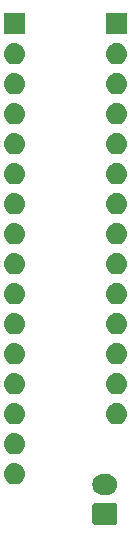
<source format=gts>
G04 #@! TF.GenerationSoftware,KiCad,Pcbnew,(5.1.0)-1*
G04 #@! TF.CreationDate,2019-05-10T19:25:27+02:00*
G04 #@! TF.ProjectId,1602adapter,31363032-6164-4617-9074-65722e6b6963,rev?*
G04 #@! TF.SameCoordinates,Original*
G04 #@! TF.FileFunction,Soldermask,Top*
G04 #@! TF.FilePolarity,Negative*
%FSLAX46Y46*%
G04 Gerber Fmt 4.6, Leading zero omitted, Abs format (unit mm)*
G04 Created by KiCad (PCBNEW (5.1.0)-1) date 2019-05-10 19:25:27*
%MOMM*%
%LPD*%
G04 APERTURE LIST*
%ADD10C,0.100000*%
G04 APERTURE END LIST*
D10*
G36*
X138908600Y-114602989D02*
G01*
X138941652Y-114613015D01*
X138972103Y-114629292D01*
X138998799Y-114651201D01*
X139020708Y-114677897D01*
X139036985Y-114708348D01*
X139047011Y-114741400D01*
X139051000Y-114781903D01*
X139051000Y-116218097D01*
X139047011Y-116258600D01*
X139036985Y-116291652D01*
X139020708Y-116322103D01*
X138998799Y-116348799D01*
X138972103Y-116370708D01*
X138941652Y-116386985D01*
X138908600Y-116397011D01*
X138868097Y-116401000D01*
X137131903Y-116401000D01*
X137091400Y-116397011D01*
X137058348Y-116386985D01*
X137027897Y-116370708D01*
X137001201Y-116348799D01*
X136979292Y-116322103D01*
X136963015Y-116291652D01*
X136952989Y-116258600D01*
X136949000Y-116218097D01*
X136949000Y-114781903D01*
X136952989Y-114741400D01*
X136963015Y-114708348D01*
X136979292Y-114677897D01*
X137001201Y-114651201D01*
X137027897Y-114629292D01*
X137058348Y-114613015D01*
X137091400Y-114602989D01*
X137131903Y-114599000D01*
X138868097Y-114599000D01*
X138908600Y-114602989D01*
X138908600Y-114602989D01*
G37*
G36*
X138260442Y-112105518D02*
G01*
X138326627Y-112112037D01*
X138496466Y-112163557D01*
X138652991Y-112247222D01*
X138688729Y-112276552D01*
X138790186Y-112359814D01*
X138861298Y-112446466D01*
X138902778Y-112497009D01*
X138986443Y-112653534D01*
X139037963Y-112823373D01*
X139055359Y-113000000D01*
X139037963Y-113176627D01*
X138986443Y-113346466D01*
X138902778Y-113502991D01*
X138873448Y-113538729D01*
X138790186Y-113640186D01*
X138688729Y-113723448D01*
X138652991Y-113752778D01*
X138496466Y-113836443D01*
X138326627Y-113887963D01*
X138260443Y-113894481D01*
X138194260Y-113901000D01*
X137805740Y-113901000D01*
X137739557Y-113894481D01*
X137673373Y-113887963D01*
X137503534Y-113836443D01*
X137347009Y-113752778D01*
X137311271Y-113723448D01*
X137209814Y-113640186D01*
X137126552Y-113538729D01*
X137097222Y-113502991D01*
X137013557Y-113346466D01*
X136962037Y-113176627D01*
X136944641Y-113000000D01*
X136962037Y-112823373D01*
X137013557Y-112653534D01*
X137097222Y-112497009D01*
X137138702Y-112446466D01*
X137209814Y-112359814D01*
X137311271Y-112276552D01*
X137347009Y-112247222D01*
X137503534Y-112163557D01*
X137673373Y-112112037D01*
X137739558Y-112105518D01*
X137805740Y-112099000D01*
X138194260Y-112099000D01*
X138260442Y-112105518D01*
X138260442Y-112105518D01*
G37*
G36*
X130460443Y-111205519D02*
G01*
X130526627Y-111212037D01*
X130696466Y-111263557D01*
X130852991Y-111347222D01*
X130888729Y-111376552D01*
X130990186Y-111459814D01*
X131073448Y-111561271D01*
X131102778Y-111597009D01*
X131186443Y-111753534D01*
X131237963Y-111923373D01*
X131255359Y-112100000D01*
X131237963Y-112276627D01*
X131186443Y-112446466D01*
X131102778Y-112602991D01*
X131073448Y-112638729D01*
X130990186Y-112740186D01*
X130888821Y-112823373D01*
X130852991Y-112852778D01*
X130696466Y-112936443D01*
X130526627Y-112987963D01*
X130460443Y-112994481D01*
X130394260Y-113001000D01*
X130305740Y-113001000D01*
X130239557Y-112994481D01*
X130173373Y-112987963D01*
X130003534Y-112936443D01*
X129847009Y-112852778D01*
X129811179Y-112823373D01*
X129709814Y-112740186D01*
X129626552Y-112638729D01*
X129597222Y-112602991D01*
X129513557Y-112446466D01*
X129462037Y-112276627D01*
X129444641Y-112100000D01*
X129462037Y-111923373D01*
X129513557Y-111753534D01*
X129597222Y-111597009D01*
X129626552Y-111561271D01*
X129709814Y-111459814D01*
X129811271Y-111376552D01*
X129847009Y-111347222D01*
X130003534Y-111263557D01*
X130173373Y-111212037D01*
X130239557Y-111205519D01*
X130305740Y-111199000D01*
X130394260Y-111199000D01*
X130460443Y-111205519D01*
X130460443Y-111205519D01*
G37*
G36*
X130460443Y-108665519D02*
G01*
X130526627Y-108672037D01*
X130696466Y-108723557D01*
X130852991Y-108807222D01*
X130888729Y-108836552D01*
X130990186Y-108919814D01*
X131073448Y-109021271D01*
X131102778Y-109057009D01*
X131186443Y-109213534D01*
X131237963Y-109383373D01*
X131255359Y-109560000D01*
X131237963Y-109736627D01*
X131186443Y-109906466D01*
X131102778Y-110062991D01*
X131073448Y-110098729D01*
X130990186Y-110200186D01*
X130888729Y-110283448D01*
X130852991Y-110312778D01*
X130696466Y-110396443D01*
X130526627Y-110447963D01*
X130460443Y-110454481D01*
X130394260Y-110461000D01*
X130305740Y-110461000D01*
X130239557Y-110454481D01*
X130173373Y-110447963D01*
X130003534Y-110396443D01*
X129847009Y-110312778D01*
X129811271Y-110283448D01*
X129709814Y-110200186D01*
X129626552Y-110098729D01*
X129597222Y-110062991D01*
X129513557Y-109906466D01*
X129462037Y-109736627D01*
X129444641Y-109560000D01*
X129462037Y-109383373D01*
X129513557Y-109213534D01*
X129597222Y-109057009D01*
X129626552Y-109021271D01*
X129709814Y-108919814D01*
X129811271Y-108836552D01*
X129847009Y-108807222D01*
X130003534Y-108723557D01*
X130173373Y-108672037D01*
X130239557Y-108665519D01*
X130305740Y-108659000D01*
X130394260Y-108659000D01*
X130460443Y-108665519D01*
X130460443Y-108665519D01*
G37*
G36*
X130460443Y-106125519D02*
G01*
X130526627Y-106132037D01*
X130696466Y-106183557D01*
X130852991Y-106267222D01*
X130888729Y-106296552D01*
X130990186Y-106379814D01*
X131073448Y-106481271D01*
X131102778Y-106517009D01*
X131186443Y-106673534D01*
X131237963Y-106843373D01*
X131255359Y-107020000D01*
X131237963Y-107196627D01*
X131186443Y-107366466D01*
X131102778Y-107522991D01*
X131073448Y-107558729D01*
X130990186Y-107660186D01*
X130888729Y-107743448D01*
X130852991Y-107772778D01*
X130696466Y-107856443D01*
X130526627Y-107907963D01*
X130460443Y-107914481D01*
X130394260Y-107921000D01*
X130305740Y-107921000D01*
X130239557Y-107914481D01*
X130173373Y-107907963D01*
X130003534Y-107856443D01*
X129847009Y-107772778D01*
X129811271Y-107743448D01*
X129709814Y-107660186D01*
X129626552Y-107558729D01*
X129597222Y-107522991D01*
X129513557Y-107366466D01*
X129462037Y-107196627D01*
X129444641Y-107020000D01*
X129462037Y-106843373D01*
X129513557Y-106673534D01*
X129597222Y-106517009D01*
X129626552Y-106481271D01*
X129709814Y-106379814D01*
X129811271Y-106296552D01*
X129847009Y-106267222D01*
X130003534Y-106183557D01*
X130173373Y-106132037D01*
X130239557Y-106125519D01*
X130305740Y-106119000D01*
X130394260Y-106119000D01*
X130460443Y-106125519D01*
X130460443Y-106125519D01*
G37*
G36*
X139110443Y-106125519D02*
G01*
X139176627Y-106132037D01*
X139346466Y-106183557D01*
X139502991Y-106267222D01*
X139538729Y-106296552D01*
X139640186Y-106379814D01*
X139723448Y-106481271D01*
X139752778Y-106517009D01*
X139836443Y-106673534D01*
X139887963Y-106843373D01*
X139905359Y-107020000D01*
X139887963Y-107196627D01*
X139836443Y-107366466D01*
X139752778Y-107522991D01*
X139723448Y-107558729D01*
X139640186Y-107660186D01*
X139538729Y-107743448D01*
X139502991Y-107772778D01*
X139346466Y-107856443D01*
X139176627Y-107907963D01*
X139110443Y-107914481D01*
X139044260Y-107921000D01*
X138955740Y-107921000D01*
X138889557Y-107914481D01*
X138823373Y-107907963D01*
X138653534Y-107856443D01*
X138497009Y-107772778D01*
X138461271Y-107743448D01*
X138359814Y-107660186D01*
X138276552Y-107558729D01*
X138247222Y-107522991D01*
X138163557Y-107366466D01*
X138112037Y-107196627D01*
X138094641Y-107020000D01*
X138112037Y-106843373D01*
X138163557Y-106673534D01*
X138247222Y-106517009D01*
X138276552Y-106481271D01*
X138359814Y-106379814D01*
X138461271Y-106296552D01*
X138497009Y-106267222D01*
X138653534Y-106183557D01*
X138823373Y-106132037D01*
X138889557Y-106125519D01*
X138955740Y-106119000D01*
X139044260Y-106119000D01*
X139110443Y-106125519D01*
X139110443Y-106125519D01*
G37*
G36*
X139110442Y-103585518D02*
G01*
X139176627Y-103592037D01*
X139346466Y-103643557D01*
X139502991Y-103727222D01*
X139538729Y-103756552D01*
X139640186Y-103839814D01*
X139723448Y-103941271D01*
X139752778Y-103977009D01*
X139836443Y-104133534D01*
X139887963Y-104303373D01*
X139905359Y-104480000D01*
X139887963Y-104656627D01*
X139836443Y-104826466D01*
X139752778Y-104982991D01*
X139723448Y-105018729D01*
X139640186Y-105120186D01*
X139538729Y-105203448D01*
X139502991Y-105232778D01*
X139346466Y-105316443D01*
X139176627Y-105367963D01*
X139110443Y-105374481D01*
X139044260Y-105381000D01*
X138955740Y-105381000D01*
X138889557Y-105374481D01*
X138823373Y-105367963D01*
X138653534Y-105316443D01*
X138497009Y-105232778D01*
X138461271Y-105203448D01*
X138359814Y-105120186D01*
X138276552Y-105018729D01*
X138247222Y-104982991D01*
X138163557Y-104826466D01*
X138112037Y-104656627D01*
X138094641Y-104480000D01*
X138112037Y-104303373D01*
X138163557Y-104133534D01*
X138247222Y-103977009D01*
X138276552Y-103941271D01*
X138359814Y-103839814D01*
X138461271Y-103756552D01*
X138497009Y-103727222D01*
X138653534Y-103643557D01*
X138823373Y-103592037D01*
X138889558Y-103585518D01*
X138955740Y-103579000D01*
X139044260Y-103579000D01*
X139110442Y-103585518D01*
X139110442Y-103585518D01*
G37*
G36*
X130460442Y-103585518D02*
G01*
X130526627Y-103592037D01*
X130696466Y-103643557D01*
X130852991Y-103727222D01*
X130888729Y-103756552D01*
X130990186Y-103839814D01*
X131073448Y-103941271D01*
X131102778Y-103977009D01*
X131186443Y-104133534D01*
X131237963Y-104303373D01*
X131255359Y-104480000D01*
X131237963Y-104656627D01*
X131186443Y-104826466D01*
X131102778Y-104982991D01*
X131073448Y-105018729D01*
X130990186Y-105120186D01*
X130888729Y-105203448D01*
X130852991Y-105232778D01*
X130696466Y-105316443D01*
X130526627Y-105367963D01*
X130460443Y-105374481D01*
X130394260Y-105381000D01*
X130305740Y-105381000D01*
X130239557Y-105374481D01*
X130173373Y-105367963D01*
X130003534Y-105316443D01*
X129847009Y-105232778D01*
X129811271Y-105203448D01*
X129709814Y-105120186D01*
X129626552Y-105018729D01*
X129597222Y-104982991D01*
X129513557Y-104826466D01*
X129462037Y-104656627D01*
X129444641Y-104480000D01*
X129462037Y-104303373D01*
X129513557Y-104133534D01*
X129597222Y-103977009D01*
X129626552Y-103941271D01*
X129709814Y-103839814D01*
X129811271Y-103756552D01*
X129847009Y-103727222D01*
X130003534Y-103643557D01*
X130173373Y-103592037D01*
X130239558Y-103585518D01*
X130305740Y-103579000D01*
X130394260Y-103579000D01*
X130460442Y-103585518D01*
X130460442Y-103585518D01*
G37*
G36*
X130460443Y-101045519D02*
G01*
X130526627Y-101052037D01*
X130696466Y-101103557D01*
X130852991Y-101187222D01*
X130888729Y-101216552D01*
X130990186Y-101299814D01*
X131073448Y-101401271D01*
X131102778Y-101437009D01*
X131186443Y-101593534D01*
X131237963Y-101763373D01*
X131255359Y-101940000D01*
X131237963Y-102116627D01*
X131186443Y-102286466D01*
X131102778Y-102442991D01*
X131073448Y-102478729D01*
X130990186Y-102580186D01*
X130888729Y-102663448D01*
X130852991Y-102692778D01*
X130696466Y-102776443D01*
X130526627Y-102827963D01*
X130460442Y-102834482D01*
X130394260Y-102841000D01*
X130305740Y-102841000D01*
X130239557Y-102834481D01*
X130173373Y-102827963D01*
X130003534Y-102776443D01*
X129847009Y-102692778D01*
X129811271Y-102663448D01*
X129709814Y-102580186D01*
X129626552Y-102478729D01*
X129597222Y-102442991D01*
X129513557Y-102286466D01*
X129462037Y-102116627D01*
X129444641Y-101940000D01*
X129462037Y-101763373D01*
X129513557Y-101593534D01*
X129597222Y-101437009D01*
X129626552Y-101401271D01*
X129709814Y-101299814D01*
X129811271Y-101216552D01*
X129847009Y-101187222D01*
X130003534Y-101103557D01*
X130173373Y-101052037D01*
X130239557Y-101045519D01*
X130305740Y-101039000D01*
X130394260Y-101039000D01*
X130460443Y-101045519D01*
X130460443Y-101045519D01*
G37*
G36*
X139110443Y-101045519D02*
G01*
X139176627Y-101052037D01*
X139346466Y-101103557D01*
X139502991Y-101187222D01*
X139538729Y-101216552D01*
X139640186Y-101299814D01*
X139723448Y-101401271D01*
X139752778Y-101437009D01*
X139836443Y-101593534D01*
X139887963Y-101763373D01*
X139905359Y-101940000D01*
X139887963Y-102116627D01*
X139836443Y-102286466D01*
X139752778Y-102442991D01*
X139723448Y-102478729D01*
X139640186Y-102580186D01*
X139538729Y-102663448D01*
X139502991Y-102692778D01*
X139346466Y-102776443D01*
X139176627Y-102827963D01*
X139110442Y-102834482D01*
X139044260Y-102841000D01*
X138955740Y-102841000D01*
X138889557Y-102834481D01*
X138823373Y-102827963D01*
X138653534Y-102776443D01*
X138497009Y-102692778D01*
X138461271Y-102663448D01*
X138359814Y-102580186D01*
X138276552Y-102478729D01*
X138247222Y-102442991D01*
X138163557Y-102286466D01*
X138112037Y-102116627D01*
X138094641Y-101940000D01*
X138112037Y-101763373D01*
X138163557Y-101593534D01*
X138247222Y-101437009D01*
X138276552Y-101401271D01*
X138359814Y-101299814D01*
X138461271Y-101216552D01*
X138497009Y-101187222D01*
X138653534Y-101103557D01*
X138823373Y-101052037D01*
X138889557Y-101045519D01*
X138955740Y-101039000D01*
X139044260Y-101039000D01*
X139110443Y-101045519D01*
X139110443Y-101045519D01*
G37*
G36*
X130460442Y-98505518D02*
G01*
X130526627Y-98512037D01*
X130696466Y-98563557D01*
X130852991Y-98647222D01*
X130888729Y-98676552D01*
X130990186Y-98759814D01*
X131073448Y-98861271D01*
X131102778Y-98897009D01*
X131186443Y-99053534D01*
X131237963Y-99223373D01*
X131255359Y-99400000D01*
X131237963Y-99576627D01*
X131186443Y-99746466D01*
X131102778Y-99902991D01*
X131073448Y-99938729D01*
X130990186Y-100040186D01*
X130888729Y-100123448D01*
X130852991Y-100152778D01*
X130696466Y-100236443D01*
X130526627Y-100287963D01*
X130460442Y-100294482D01*
X130394260Y-100301000D01*
X130305740Y-100301000D01*
X130239558Y-100294482D01*
X130173373Y-100287963D01*
X130003534Y-100236443D01*
X129847009Y-100152778D01*
X129811271Y-100123448D01*
X129709814Y-100040186D01*
X129626552Y-99938729D01*
X129597222Y-99902991D01*
X129513557Y-99746466D01*
X129462037Y-99576627D01*
X129444641Y-99400000D01*
X129462037Y-99223373D01*
X129513557Y-99053534D01*
X129597222Y-98897009D01*
X129626552Y-98861271D01*
X129709814Y-98759814D01*
X129811271Y-98676552D01*
X129847009Y-98647222D01*
X130003534Y-98563557D01*
X130173373Y-98512037D01*
X130239557Y-98505519D01*
X130305740Y-98499000D01*
X130394260Y-98499000D01*
X130460442Y-98505518D01*
X130460442Y-98505518D01*
G37*
G36*
X139110442Y-98505518D02*
G01*
X139176627Y-98512037D01*
X139346466Y-98563557D01*
X139502991Y-98647222D01*
X139538729Y-98676552D01*
X139640186Y-98759814D01*
X139723448Y-98861271D01*
X139752778Y-98897009D01*
X139836443Y-99053534D01*
X139887963Y-99223373D01*
X139905359Y-99400000D01*
X139887963Y-99576627D01*
X139836443Y-99746466D01*
X139752778Y-99902991D01*
X139723448Y-99938729D01*
X139640186Y-100040186D01*
X139538729Y-100123448D01*
X139502991Y-100152778D01*
X139346466Y-100236443D01*
X139176627Y-100287963D01*
X139110442Y-100294482D01*
X139044260Y-100301000D01*
X138955740Y-100301000D01*
X138889558Y-100294482D01*
X138823373Y-100287963D01*
X138653534Y-100236443D01*
X138497009Y-100152778D01*
X138461271Y-100123448D01*
X138359814Y-100040186D01*
X138276552Y-99938729D01*
X138247222Y-99902991D01*
X138163557Y-99746466D01*
X138112037Y-99576627D01*
X138094641Y-99400000D01*
X138112037Y-99223373D01*
X138163557Y-99053534D01*
X138247222Y-98897009D01*
X138276552Y-98861271D01*
X138359814Y-98759814D01*
X138461271Y-98676552D01*
X138497009Y-98647222D01*
X138653534Y-98563557D01*
X138823373Y-98512037D01*
X138889557Y-98505519D01*
X138955740Y-98499000D01*
X139044260Y-98499000D01*
X139110442Y-98505518D01*
X139110442Y-98505518D01*
G37*
G36*
X139110443Y-95965519D02*
G01*
X139176627Y-95972037D01*
X139346466Y-96023557D01*
X139502991Y-96107222D01*
X139538729Y-96136552D01*
X139640186Y-96219814D01*
X139723448Y-96321271D01*
X139752778Y-96357009D01*
X139836443Y-96513534D01*
X139887963Y-96683373D01*
X139905359Y-96860000D01*
X139887963Y-97036627D01*
X139836443Y-97206466D01*
X139752778Y-97362991D01*
X139723448Y-97398729D01*
X139640186Y-97500186D01*
X139538729Y-97583448D01*
X139502991Y-97612778D01*
X139346466Y-97696443D01*
X139176627Y-97747963D01*
X139110443Y-97754481D01*
X139044260Y-97761000D01*
X138955740Y-97761000D01*
X138889557Y-97754481D01*
X138823373Y-97747963D01*
X138653534Y-97696443D01*
X138497009Y-97612778D01*
X138461271Y-97583448D01*
X138359814Y-97500186D01*
X138276552Y-97398729D01*
X138247222Y-97362991D01*
X138163557Y-97206466D01*
X138112037Y-97036627D01*
X138094641Y-96860000D01*
X138112037Y-96683373D01*
X138163557Y-96513534D01*
X138247222Y-96357009D01*
X138276552Y-96321271D01*
X138359814Y-96219814D01*
X138461271Y-96136552D01*
X138497009Y-96107222D01*
X138653534Y-96023557D01*
X138823373Y-95972037D01*
X138889557Y-95965519D01*
X138955740Y-95959000D01*
X139044260Y-95959000D01*
X139110443Y-95965519D01*
X139110443Y-95965519D01*
G37*
G36*
X130460443Y-95965519D02*
G01*
X130526627Y-95972037D01*
X130696466Y-96023557D01*
X130852991Y-96107222D01*
X130888729Y-96136552D01*
X130990186Y-96219814D01*
X131073448Y-96321271D01*
X131102778Y-96357009D01*
X131186443Y-96513534D01*
X131237963Y-96683373D01*
X131255359Y-96860000D01*
X131237963Y-97036627D01*
X131186443Y-97206466D01*
X131102778Y-97362991D01*
X131073448Y-97398729D01*
X130990186Y-97500186D01*
X130888729Y-97583448D01*
X130852991Y-97612778D01*
X130696466Y-97696443D01*
X130526627Y-97747963D01*
X130460443Y-97754481D01*
X130394260Y-97761000D01*
X130305740Y-97761000D01*
X130239557Y-97754481D01*
X130173373Y-97747963D01*
X130003534Y-97696443D01*
X129847009Y-97612778D01*
X129811271Y-97583448D01*
X129709814Y-97500186D01*
X129626552Y-97398729D01*
X129597222Y-97362991D01*
X129513557Y-97206466D01*
X129462037Y-97036627D01*
X129444641Y-96860000D01*
X129462037Y-96683373D01*
X129513557Y-96513534D01*
X129597222Y-96357009D01*
X129626552Y-96321271D01*
X129709814Y-96219814D01*
X129811271Y-96136552D01*
X129847009Y-96107222D01*
X130003534Y-96023557D01*
X130173373Y-95972037D01*
X130239557Y-95965519D01*
X130305740Y-95959000D01*
X130394260Y-95959000D01*
X130460443Y-95965519D01*
X130460443Y-95965519D01*
G37*
G36*
X130460442Y-93425518D02*
G01*
X130526627Y-93432037D01*
X130696466Y-93483557D01*
X130852991Y-93567222D01*
X130888729Y-93596552D01*
X130990186Y-93679814D01*
X131073448Y-93781271D01*
X131102778Y-93817009D01*
X131186443Y-93973534D01*
X131237963Y-94143373D01*
X131255359Y-94320000D01*
X131237963Y-94496627D01*
X131186443Y-94666466D01*
X131102778Y-94822991D01*
X131073448Y-94858729D01*
X130990186Y-94960186D01*
X130888729Y-95043448D01*
X130852991Y-95072778D01*
X130696466Y-95156443D01*
X130526627Y-95207963D01*
X130460443Y-95214481D01*
X130394260Y-95221000D01*
X130305740Y-95221000D01*
X130239557Y-95214481D01*
X130173373Y-95207963D01*
X130003534Y-95156443D01*
X129847009Y-95072778D01*
X129811271Y-95043448D01*
X129709814Y-94960186D01*
X129626552Y-94858729D01*
X129597222Y-94822991D01*
X129513557Y-94666466D01*
X129462037Y-94496627D01*
X129444641Y-94320000D01*
X129462037Y-94143373D01*
X129513557Y-93973534D01*
X129597222Y-93817009D01*
X129626552Y-93781271D01*
X129709814Y-93679814D01*
X129811271Y-93596552D01*
X129847009Y-93567222D01*
X130003534Y-93483557D01*
X130173373Y-93432037D01*
X130239558Y-93425518D01*
X130305740Y-93419000D01*
X130394260Y-93419000D01*
X130460442Y-93425518D01*
X130460442Y-93425518D01*
G37*
G36*
X139110442Y-93425518D02*
G01*
X139176627Y-93432037D01*
X139346466Y-93483557D01*
X139502991Y-93567222D01*
X139538729Y-93596552D01*
X139640186Y-93679814D01*
X139723448Y-93781271D01*
X139752778Y-93817009D01*
X139836443Y-93973534D01*
X139887963Y-94143373D01*
X139905359Y-94320000D01*
X139887963Y-94496627D01*
X139836443Y-94666466D01*
X139752778Y-94822991D01*
X139723448Y-94858729D01*
X139640186Y-94960186D01*
X139538729Y-95043448D01*
X139502991Y-95072778D01*
X139346466Y-95156443D01*
X139176627Y-95207963D01*
X139110443Y-95214481D01*
X139044260Y-95221000D01*
X138955740Y-95221000D01*
X138889557Y-95214481D01*
X138823373Y-95207963D01*
X138653534Y-95156443D01*
X138497009Y-95072778D01*
X138461271Y-95043448D01*
X138359814Y-94960186D01*
X138276552Y-94858729D01*
X138247222Y-94822991D01*
X138163557Y-94666466D01*
X138112037Y-94496627D01*
X138094641Y-94320000D01*
X138112037Y-94143373D01*
X138163557Y-93973534D01*
X138247222Y-93817009D01*
X138276552Y-93781271D01*
X138359814Y-93679814D01*
X138461271Y-93596552D01*
X138497009Y-93567222D01*
X138653534Y-93483557D01*
X138823373Y-93432037D01*
X138889558Y-93425518D01*
X138955740Y-93419000D01*
X139044260Y-93419000D01*
X139110442Y-93425518D01*
X139110442Y-93425518D01*
G37*
G36*
X130460443Y-90885519D02*
G01*
X130526627Y-90892037D01*
X130696466Y-90943557D01*
X130852991Y-91027222D01*
X130888729Y-91056552D01*
X130990186Y-91139814D01*
X131073448Y-91241271D01*
X131102778Y-91277009D01*
X131186443Y-91433534D01*
X131237963Y-91603373D01*
X131255359Y-91780000D01*
X131237963Y-91956627D01*
X131186443Y-92126466D01*
X131102778Y-92282991D01*
X131073448Y-92318729D01*
X130990186Y-92420186D01*
X130888729Y-92503448D01*
X130852991Y-92532778D01*
X130696466Y-92616443D01*
X130526627Y-92667963D01*
X130460442Y-92674482D01*
X130394260Y-92681000D01*
X130305740Y-92681000D01*
X130239558Y-92674482D01*
X130173373Y-92667963D01*
X130003534Y-92616443D01*
X129847009Y-92532778D01*
X129811271Y-92503448D01*
X129709814Y-92420186D01*
X129626552Y-92318729D01*
X129597222Y-92282991D01*
X129513557Y-92126466D01*
X129462037Y-91956627D01*
X129444641Y-91780000D01*
X129462037Y-91603373D01*
X129513557Y-91433534D01*
X129597222Y-91277009D01*
X129626552Y-91241271D01*
X129709814Y-91139814D01*
X129811271Y-91056552D01*
X129847009Y-91027222D01*
X130003534Y-90943557D01*
X130173373Y-90892037D01*
X130239557Y-90885519D01*
X130305740Y-90879000D01*
X130394260Y-90879000D01*
X130460443Y-90885519D01*
X130460443Y-90885519D01*
G37*
G36*
X139110443Y-90885519D02*
G01*
X139176627Y-90892037D01*
X139346466Y-90943557D01*
X139502991Y-91027222D01*
X139538729Y-91056552D01*
X139640186Y-91139814D01*
X139723448Y-91241271D01*
X139752778Y-91277009D01*
X139836443Y-91433534D01*
X139887963Y-91603373D01*
X139905359Y-91780000D01*
X139887963Y-91956627D01*
X139836443Y-92126466D01*
X139752778Y-92282991D01*
X139723448Y-92318729D01*
X139640186Y-92420186D01*
X139538729Y-92503448D01*
X139502991Y-92532778D01*
X139346466Y-92616443D01*
X139176627Y-92667963D01*
X139110442Y-92674482D01*
X139044260Y-92681000D01*
X138955740Y-92681000D01*
X138889558Y-92674482D01*
X138823373Y-92667963D01*
X138653534Y-92616443D01*
X138497009Y-92532778D01*
X138461271Y-92503448D01*
X138359814Y-92420186D01*
X138276552Y-92318729D01*
X138247222Y-92282991D01*
X138163557Y-92126466D01*
X138112037Y-91956627D01*
X138094641Y-91780000D01*
X138112037Y-91603373D01*
X138163557Y-91433534D01*
X138247222Y-91277009D01*
X138276552Y-91241271D01*
X138359814Y-91139814D01*
X138461271Y-91056552D01*
X138497009Y-91027222D01*
X138653534Y-90943557D01*
X138823373Y-90892037D01*
X138889557Y-90885519D01*
X138955740Y-90879000D01*
X139044260Y-90879000D01*
X139110443Y-90885519D01*
X139110443Y-90885519D01*
G37*
G36*
X139110443Y-88345519D02*
G01*
X139176627Y-88352037D01*
X139346466Y-88403557D01*
X139502991Y-88487222D01*
X139538729Y-88516552D01*
X139640186Y-88599814D01*
X139723448Y-88701271D01*
X139752778Y-88737009D01*
X139836443Y-88893534D01*
X139887963Y-89063373D01*
X139905359Y-89240000D01*
X139887963Y-89416627D01*
X139836443Y-89586466D01*
X139752778Y-89742991D01*
X139723448Y-89778729D01*
X139640186Y-89880186D01*
X139538729Y-89963448D01*
X139502991Y-89992778D01*
X139346466Y-90076443D01*
X139176627Y-90127963D01*
X139110442Y-90134482D01*
X139044260Y-90141000D01*
X138955740Y-90141000D01*
X138889558Y-90134482D01*
X138823373Y-90127963D01*
X138653534Y-90076443D01*
X138497009Y-89992778D01*
X138461271Y-89963448D01*
X138359814Y-89880186D01*
X138276552Y-89778729D01*
X138247222Y-89742991D01*
X138163557Y-89586466D01*
X138112037Y-89416627D01*
X138094641Y-89240000D01*
X138112037Y-89063373D01*
X138163557Y-88893534D01*
X138247222Y-88737009D01*
X138276552Y-88701271D01*
X138359814Y-88599814D01*
X138461271Y-88516552D01*
X138497009Y-88487222D01*
X138653534Y-88403557D01*
X138823373Y-88352037D01*
X138889557Y-88345519D01*
X138955740Y-88339000D01*
X139044260Y-88339000D01*
X139110443Y-88345519D01*
X139110443Y-88345519D01*
G37*
G36*
X130460443Y-88345519D02*
G01*
X130526627Y-88352037D01*
X130696466Y-88403557D01*
X130852991Y-88487222D01*
X130888729Y-88516552D01*
X130990186Y-88599814D01*
X131073448Y-88701271D01*
X131102778Y-88737009D01*
X131186443Y-88893534D01*
X131237963Y-89063373D01*
X131255359Y-89240000D01*
X131237963Y-89416627D01*
X131186443Y-89586466D01*
X131102778Y-89742991D01*
X131073448Y-89778729D01*
X130990186Y-89880186D01*
X130888729Y-89963448D01*
X130852991Y-89992778D01*
X130696466Y-90076443D01*
X130526627Y-90127963D01*
X130460442Y-90134482D01*
X130394260Y-90141000D01*
X130305740Y-90141000D01*
X130239558Y-90134482D01*
X130173373Y-90127963D01*
X130003534Y-90076443D01*
X129847009Y-89992778D01*
X129811271Y-89963448D01*
X129709814Y-89880186D01*
X129626552Y-89778729D01*
X129597222Y-89742991D01*
X129513557Y-89586466D01*
X129462037Y-89416627D01*
X129444641Y-89240000D01*
X129462037Y-89063373D01*
X129513557Y-88893534D01*
X129597222Y-88737009D01*
X129626552Y-88701271D01*
X129709814Y-88599814D01*
X129811271Y-88516552D01*
X129847009Y-88487222D01*
X130003534Y-88403557D01*
X130173373Y-88352037D01*
X130239557Y-88345519D01*
X130305740Y-88339000D01*
X130394260Y-88339000D01*
X130460443Y-88345519D01*
X130460443Y-88345519D01*
G37*
G36*
X130460442Y-85805518D02*
G01*
X130526627Y-85812037D01*
X130696466Y-85863557D01*
X130852991Y-85947222D01*
X130888729Y-85976552D01*
X130990186Y-86059814D01*
X131073448Y-86161271D01*
X131102778Y-86197009D01*
X131186443Y-86353534D01*
X131237963Y-86523373D01*
X131255359Y-86700000D01*
X131237963Y-86876627D01*
X131186443Y-87046466D01*
X131102778Y-87202991D01*
X131073448Y-87238729D01*
X130990186Y-87340186D01*
X130888729Y-87423448D01*
X130852991Y-87452778D01*
X130696466Y-87536443D01*
X130526627Y-87587963D01*
X130460442Y-87594482D01*
X130394260Y-87601000D01*
X130305740Y-87601000D01*
X130239558Y-87594482D01*
X130173373Y-87587963D01*
X130003534Y-87536443D01*
X129847009Y-87452778D01*
X129811271Y-87423448D01*
X129709814Y-87340186D01*
X129626552Y-87238729D01*
X129597222Y-87202991D01*
X129513557Y-87046466D01*
X129462037Y-86876627D01*
X129444641Y-86700000D01*
X129462037Y-86523373D01*
X129513557Y-86353534D01*
X129597222Y-86197009D01*
X129626552Y-86161271D01*
X129709814Y-86059814D01*
X129811271Y-85976552D01*
X129847009Y-85947222D01*
X130003534Y-85863557D01*
X130173373Y-85812037D01*
X130239558Y-85805518D01*
X130305740Y-85799000D01*
X130394260Y-85799000D01*
X130460442Y-85805518D01*
X130460442Y-85805518D01*
G37*
G36*
X139110442Y-85805518D02*
G01*
X139176627Y-85812037D01*
X139346466Y-85863557D01*
X139502991Y-85947222D01*
X139538729Y-85976552D01*
X139640186Y-86059814D01*
X139723448Y-86161271D01*
X139752778Y-86197009D01*
X139836443Y-86353534D01*
X139887963Y-86523373D01*
X139905359Y-86700000D01*
X139887963Y-86876627D01*
X139836443Y-87046466D01*
X139752778Y-87202991D01*
X139723448Y-87238729D01*
X139640186Y-87340186D01*
X139538729Y-87423448D01*
X139502991Y-87452778D01*
X139346466Y-87536443D01*
X139176627Y-87587963D01*
X139110442Y-87594482D01*
X139044260Y-87601000D01*
X138955740Y-87601000D01*
X138889558Y-87594482D01*
X138823373Y-87587963D01*
X138653534Y-87536443D01*
X138497009Y-87452778D01*
X138461271Y-87423448D01*
X138359814Y-87340186D01*
X138276552Y-87238729D01*
X138247222Y-87202991D01*
X138163557Y-87046466D01*
X138112037Y-86876627D01*
X138094641Y-86700000D01*
X138112037Y-86523373D01*
X138163557Y-86353534D01*
X138247222Y-86197009D01*
X138276552Y-86161271D01*
X138359814Y-86059814D01*
X138461271Y-85976552D01*
X138497009Y-85947222D01*
X138653534Y-85863557D01*
X138823373Y-85812037D01*
X138889558Y-85805518D01*
X138955740Y-85799000D01*
X139044260Y-85799000D01*
X139110442Y-85805518D01*
X139110442Y-85805518D01*
G37*
G36*
X139110442Y-83265518D02*
G01*
X139176627Y-83272037D01*
X139346466Y-83323557D01*
X139502991Y-83407222D01*
X139538729Y-83436552D01*
X139640186Y-83519814D01*
X139723448Y-83621271D01*
X139752778Y-83657009D01*
X139836443Y-83813534D01*
X139887963Y-83983373D01*
X139905359Y-84160000D01*
X139887963Y-84336627D01*
X139836443Y-84506466D01*
X139752778Y-84662991D01*
X139723448Y-84698729D01*
X139640186Y-84800186D01*
X139538729Y-84883448D01*
X139502991Y-84912778D01*
X139346466Y-84996443D01*
X139176627Y-85047963D01*
X139110443Y-85054481D01*
X139044260Y-85061000D01*
X138955740Y-85061000D01*
X138889557Y-85054481D01*
X138823373Y-85047963D01*
X138653534Y-84996443D01*
X138497009Y-84912778D01*
X138461271Y-84883448D01*
X138359814Y-84800186D01*
X138276552Y-84698729D01*
X138247222Y-84662991D01*
X138163557Y-84506466D01*
X138112037Y-84336627D01*
X138094641Y-84160000D01*
X138112037Y-83983373D01*
X138163557Y-83813534D01*
X138247222Y-83657009D01*
X138276552Y-83621271D01*
X138359814Y-83519814D01*
X138461271Y-83436552D01*
X138497009Y-83407222D01*
X138653534Y-83323557D01*
X138823373Y-83272037D01*
X138889558Y-83265518D01*
X138955740Y-83259000D01*
X139044260Y-83259000D01*
X139110442Y-83265518D01*
X139110442Y-83265518D01*
G37*
G36*
X130460442Y-83265518D02*
G01*
X130526627Y-83272037D01*
X130696466Y-83323557D01*
X130852991Y-83407222D01*
X130888729Y-83436552D01*
X130990186Y-83519814D01*
X131073448Y-83621271D01*
X131102778Y-83657009D01*
X131186443Y-83813534D01*
X131237963Y-83983373D01*
X131255359Y-84160000D01*
X131237963Y-84336627D01*
X131186443Y-84506466D01*
X131102778Y-84662991D01*
X131073448Y-84698729D01*
X130990186Y-84800186D01*
X130888729Y-84883448D01*
X130852991Y-84912778D01*
X130696466Y-84996443D01*
X130526627Y-85047963D01*
X130460443Y-85054481D01*
X130394260Y-85061000D01*
X130305740Y-85061000D01*
X130239557Y-85054481D01*
X130173373Y-85047963D01*
X130003534Y-84996443D01*
X129847009Y-84912778D01*
X129811271Y-84883448D01*
X129709814Y-84800186D01*
X129626552Y-84698729D01*
X129597222Y-84662991D01*
X129513557Y-84506466D01*
X129462037Y-84336627D01*
X129444641Y-84160000D01*
X129462037Y-83983373D01*
X129513557Y-83813534D01*
X129597222Y-83657009D01*
X129626552Y-83621271D01*
X129709814Y-83519814D01*
X129811271Y-83436552D01*
X129847009Y-83407222D01*
X130003534Y-83323557D01*
X130173373Y-83272037D01*
X130239558Y-83265518D01*
X130305740Y-83259000D01*
X130394260Y-83259000D01*
X130460442Y-83265518D01*
X130460442Y-83265518D01*
G37*
G36*
X130460443Y-80725519D02*
G01*
X130526627Y-80732037D01*
X130696466Y-80783557D01*
X130852991Y-80867222D01*
X130888729Y-80896552D01*
X130990186Y-80979814D01*
X131073448Y-81081271D01*
X131102778Y-81117009D01*
X131186443Y-81273534D01*
X131237963Y-81443373D01*
X131255359Y-81620000D01*
X131237963Y-81796627D01*
X131186443Y-81966466D01*
X131102778Y-82122991D01*
X131073448Y-82158729D01*
X130990186Y-82260186D01*
X130888729Y-82343448D01*
X130852991Y-82372778D01*
X130696466Y-82456443D01*
X130526627Y-82507963D01*
X130460442Y-82514482D01*
X130394260Y-82521000D01*
X130305740Y-82521000D01*
X130239558Y-82514482D01*
X130173373Y-82507963D01*
X130003534Y-82456443D01*
X129847009Y-82372778D01*
X129811271Y-82343448D01*
X129709814Y-82260186D01*
X129626552Y-82158729D01*
X129597222Y-82122991D01*
X129513557Y-81966466D01*
X129462037Y-81796627D01*
X129444641Y-81620000D01*
X129462037Y-81443373D01*
X129513557Y-81273534D01*
X129597222Y-81117009D01*
X129626552Y-81081271D01*
X129709814Y-80979814D01*
X129811271Y-80896552D01*
X129847009Y-80867222D01*
X130003534Y-80783557D01*
X130173373Y-80732037D01*
X130239557Y-80725519D01*
X130305740Y-80719000D01*
X130394260Y-80719000D01*
X130460443Y-80725519D01*
X130460443Y-80725519D01*
G37*
G36*
X139110443Y-80725519D02*
G01*
X139176627Y-80732037D01*
X139346466Y-80783557D01*
X139502991Y-80867222D01*
X139538729Y-80896552D01*
X139640186Y-80979814D01*
X139723448Y-81081271D01*
X139752778Y-81117009D01*
X139836443Y-81273534D01*
X139887963Y-81443373D01*
X139905359Y-81620000D01*
X139887963Y-81796627D01*
X139836443Y-81966466D01*
X139752778Y-82122991D01*
X139723448Y-82158729D01*
X139640186Y-82260186D01*
X139538729Y-82343448D01*
X139502991Y-82372778D01*
X139346466Y-82456443D01*
X139176627Y-82507963D01*
X139110442Y-82514482D01*
X139044260Y-82521000D01*
X138955740Y-82521000D01*
X138889558Y-82514482D01*
X138823373Y-82507963D01*
X138653534Y-82456443D01*
X138497009Y-82372778D01*
X138461271Y-82343448D01*
X138359814Y-82260186D01*
X138276552Y-82158729D01*
X138247222Y-82122991D01*
X138163557Y-81966466D01*
X138112037Y-81796627D01*
X138094641Y-81620000D01*
X138112037Y-81443373D01*
X138163557Y-81273534D01*
X138247222Y-81117009D01*
X138276552Y-81081271D01*
X138359814Y-80979814D01*
X138461271Y-80896552D01*
X138497009Y-80867222D01*
X138653534Y-80783557D01*
X138823373Y-80732037D01*
X138889557Y-80725519D01*
X138955740Y-80719000D01*
X139044260Y-80719000D01*
X139110443Y-80725519D01*
X139110443Y-80725519D01*
G37*
G36*
X139110442Y-78185518D02*
G01*
X139176627Y-78192037D01*
X139346466Y-78243557D01*
X139502991Y-78327222D01*
X139538729Y-78356552D01*
X139640186Y-78439814D01*
X139723448Y-78541271D01*
X139752778Y-78577009D01*
X139836443Y-78733534D01*
X139887963Y-78903373D01*
X139905359Y-79080000D01*
X139887963Y-79256627D01*
X139836443Y-79426466D01*
X139752778Y-79582991D01*
X139723448Y-79618729D01*
X139640186Y-79720186D01*
X139538729Y-79803448D01*
X139502991Y-79832778D01*
X139346466Y-79916443D01*
X139176627Y-79967963D01*
X139110443Y-79974481D01*
X139044260Y-79981000D01*
X138955740Y-79981000D01*
X138889557Y-79974481D01*
X138823373Y-79967963D01*
X138653534Y-79916443D01*
X138497009Y-79832778D01*
X138461271Y-79803448D01*
X138359814Y-79720186D01*
X138276552Y-79618729D01*
X138247222Y-79582991D01*
X138163557Y-79426466D01*
X138112037Y-79256627D01*
X138094641Y-79080000D01*
X138112037Y-78903373D01*
X138163557Y-78733534D01*
X138247222Y-78577009D01*
X138276552Y-78541271D01*
X138359814Y-78439814D01*
X138461271Y-78356552D01*
X138497009Y-78327222D01*
X138653534Y-78243557D01*
X138823373Y-78192037D01*
X138889558Y-78185518D01*
X138955740Y-78179000D01*
X139044260Y-78179000D01*
X139110442Y-78185518D01*
X139110442Y-78185518D01*
G37*
G36*
X130460442Y-78185518D02*
G01*
X130526627Y-78192037D01*
X130696466Y-78243557D01*
X130852991Y-78327222D01*
X130888729Y-78356552D01*
X130990186Y-78439814D01*
X131073448Y-78541271D01*
X131102778Y-78577009D01*
X131186443Y-78733534D01*
X131237963Y-78903373D01*
X131255359Y-79080000D01*
X131237963Y-79256627D01*
X131186443Y-79426466D01*
X131102778Y-79582991D01*
X131073448Y-79618729D01*
X130990186Y-79720186D01*
X130888729Y-79803448D01*
X130852991Y-79832778D01*
X130696466Y-79916443D01*
X130526627Y-79967963D01*
X130460443Y-79974481D01*
X130394260Y-79981000D01*
X130305740Y-79981000D01*
X130239557Y-79974481D01*
X130173373Y-79967963D01*
X130003534Y-79916443D01*
X129847009Y-79832778D01*
X129811271Y-79803448D01*
X129709814Y-79720186D01*
X129626552Y-79618729D01*
X129597222Y-79582991D01*
X129513557Y-79426466D01*
X129462037Y-79256627D01*
X129444641Y-79080000D01*
X129462037Y-78903373D01*
X129513557Y-78733534D01*
X129597222Y-78577009D01*
X129626552Y-78541271D01*
X129709814Y-78439814D01*
X129811271Y-78356552D01*
X129847009Y-78327222D01*
X130003534Y-78243557D01*
X130173373Y-78192037D01*
X130239558Y-78185518D01*
X130305740Y-78179000D01*
X130394260Y-78179000D01*
X130460442Y-78185518D01*
X130460442Y-78185518D01*
G37*
G36*
X139110442Y-75645518D02*
G01*
X139176627Y-75652037D01*
X139346466Y-75703557D01*
X139502991Y-75787222D01*
X139538729Y-75816552D01*
X139640186Y-75899814D01*
X139723448Y-76001271D01*
X139752778Y-76037009D01*
X139836443Y-76193534D01*
X139887963Y-76363373D01*
X139905359Y-76540000D01*
X139887963Y-76716627D01*
X139836443Y-76886466D01*
X139752778Y-77042991D01*
X139723448Y-77078729D01*
X139640186Y-77180186D01*
X139538729Y-77263448D01*
X139502991Y-77292778D01*
X139346466Y-77376443D01*
X139176627Y-77427963D01*
X139110442Y-77434482D01*
X139044260Y-77441000D01*
X138955740Y-77441000D01*
X138889558Y-77434482D01*
X138823373Y-77427963D01*
X138653534Y-77376443D01*
X138497009Y-77292778D01*
X138461271Y-77263448D01*
X138359814Y-77180186D01*
X138276552Y-77078729D01*
X138247222Y-77042991D01*
X138163557Y-76886466D01*
X138112037Y-76716627D01*
X138094641Y-76540000D01*
X138112037Y-76363373D01*
X138163557Y-76193534D01*
X138247222Y-76037009D01*
X138276552Y-76001271D01*
X138359814Y-75899814D01*
X138461271Y-75816552D01*
X138497009Y-75787222D01*
X138653534Y-75703557D01*
X138823373Y-75652037D01*
X138889558Y-75645518D01*
X138955740Y-75639000D01*
X139044260Y-75639000D01*
X139110442Y-75645518D01*
X139110442Y-75645518D01*
G37*
G36*
X130460442Y-75645518D02*
G01*
X130526627Y-75652037D01*
X130696466Y-75703557D01*
X130852991Y-75787222D01*
X130888729Y-75816552D01*
X130990186Y-75899814D01*
X131073448Y-76001271D01*
X131102778Y-76037009D01*
X131186443Y-76193534D01*
X131237963Y-76363373D01*
X131255359Y-76540000D01*
X131237963Y-76716627D01*
X131186443Y-76886466D01*
X131102778Y-77042991D01*
X131073448Y-77078729D01*
X130990186Y-77180186D01*
X130888729Y-77263448D01*
X130852991Y-77292778D01*
X130696466Y-77376443D01*
X130526627Y-77427963D01*
X130460442Y-77434482D01*
X130394260Y-77441000D01*
X130305740Y-77441000D01*
X130239558Y-77434482D01*
X130173373Y-77427963D01*
X130003534Y-77376443D01*
X129847009Y-77292778D01*
X129811271Y-77263448D01*
X129709814Y-77180186D01*
X129626552Y-77078729D01*
X129597222Y-77042991D01*
X129513557Y-76886466D01*
X129462037Y-76716627D01*
X129444641Y-76540000D01*
X129462037Y-76363373D01*
X129513557Y-76193534D01*
X129597222Y-76037009D01*
X129626552Y-76001271D01*
X129709814Y-75899814D01*
X129811271Y-75816552D01*
X129847009Y-75787222D01*
X130003534Y-75703557D01*
X130173373Y-75652037D01*
X130239558Y-75645518D01*
X130305740Y-75639000D01*
X130394260Y-75639000D01*
X130460442Y-75645518D01*
X130460442Y-75645518D01*
G37*
G36*
X131251000Y-74901000D02*
G01*
X129449000Y-74901000D01*
X129449000Y-73099000D01*
X131251000Y-73099000D01*
X131251000Y-74901000D01*
X131251000Y-74901000D01*
G37*
G36*
X139901000Y-74901000D02*
G01*
X138099000Y-74901000D01*
X138099000Y-73099000D01*
X139901000Y-73099000D01*
X139901000Y-74901000D01*
X139901000Y-74901000D01*
G37*
M02*

</source>
